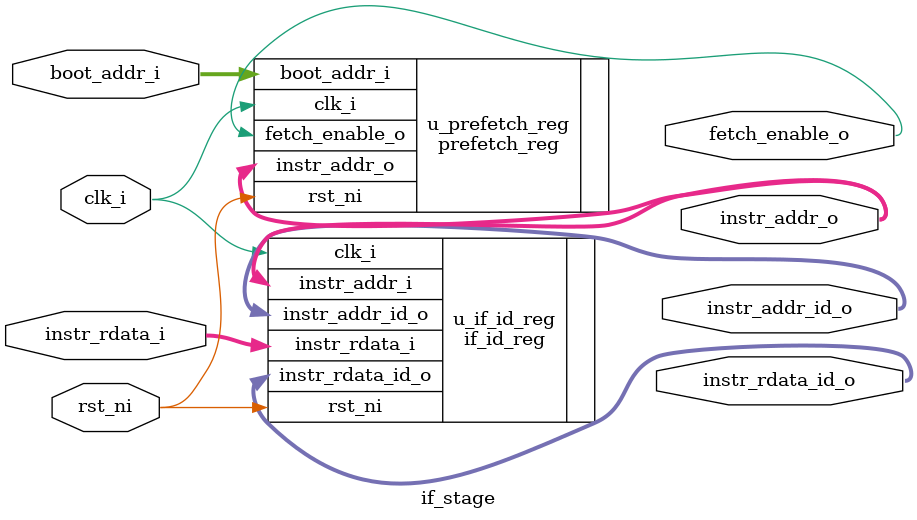
<source format=sv>
/***************************************
#
#			Filename:if_stage.sv
#
#			Developer:ske
#			Description:---
#			CreatTime:2021-09-27 22:10:11
#
***************************************/

`default_nettype none


module if_stage(
        input  logic        clk_i,
        input  logic        rst_ni,
        input  logic [31:0] boot_addr_i,
	    //input form ram
	    input  logic [31:0] instr_rdata_i,
	    //outputs to instr ram/ID
	    output logic [31:0] instr_addr_o,
        output logic        fetch_enable_o,
	    //outputs to ID
	    output logic [31:0] instr_rdata_id_o,
        output logic [31:0] instr_addr_id_o
        //output logic [31:0] pc_id_o
);


/************	prefetch_reg inst	******************/

prefetch_reg u_prefetch_reg(
        .clk_i		    (clk_i	     ),
        .rst_ni		    (rst_ni	     ),
        .boot_addr_i	(boot_addr_i ),		//from boot address sel
        .instr_addr_o 	(instr_addr_o),		//to instr ram
        .fetch_enable_o (fetch_enable_o)
);

/************	if_id_reg inst	******************/   

if_id_reg u_if_id_reg(
	.clk_i			    (clk_i),
	.rst_ni			    (rst_ni),
	.instr_rdata_i		(instr_rdata_i),
	.instr_addr_i		(instr_addr_o),
	.instr_rdata_id_o	(instr_rdata_id_o),
	.instr_addr_id_o	(instr_addr_id_o)
);
endmodule


</source>
